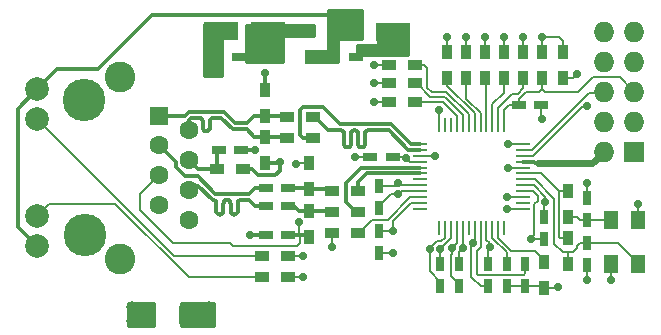
<source format=gbr>
G04 #@! TF.FileFunction,Copper,L1,Top,Signal*
%FSLAX46Y46*%
G04 Gerber Fmt 4.6, Leading zero omitted, Abs format (unit mm)*
G04 Created by KiCad (PCBNEW (2016-08-24 BZR 7090, Git 532a5fb)-product) date 10/24/16 18:33:32*
%MOMM*%
%LPD*%
G01*
G04 APERTURE LIST*
%ADD10C,0.100000*%
%ADD11C,1.000000*%
%ADD12C,3.599180*%
%ADD13R,1.600000X1.600000*%
%ADD14C,1.600000*%
%ADD15C,2.000000*%
%ADD16C,2.600000*%
%ADD17R,0.750000X1.200000*%
%ADD18R,1.200000X0.750000*%
%ADD19R,2.999740X1.501140*%
%ADD20R,1.000000X1.600000*%
%ADD21R,1.300000X0.250000*%
%ADD22R,0.250000X1.300000*%
%ADD23R,0.900000X1.200000*%
%ADD24R,1.200000X0.900000*%
%ADD25R,1.727200X1.727200*%
%ADD26O,1.727200X1.727200*%
%ADD27R,1.300000X1.600000*%
%ADD28C,0.700000*%
%ADD29C,0.200000*%
%ADD30C,0.300000*%
%ADD31C,0.570000*%
%ADD32C,0.254000*%
G04 APERTURE END LIST*
D10*
D11*
X151000000Y-124300000D03*
X144500000Y-124300000D03*
X156100000Y-103000000D03*
X163300000Y-99600000D03*
X161900000Y-99600000D03*
D12*
X140498920Y-118199760D03*
X140450660Y-106800240D03*
D13*
X146800660Y-108100720D03*
D14*
X149350820Y-109299600D03*
X146800660Y-110600080D03*
X149350820Y-111900560D03*
X146800660Y-113099440D03*
X149350820Y-114399920D03*
X146800660Y-115700400D03*
X149350820Y-116899280D03*
D15*
X136450160Y-105850280D03*
X136450160Y-108400440D03*
X136450160Y-116599560D03*
X136450160Y-119149720D03*
D16*
X143450400Y-104849520D03*
X143450400Y-120249540D03*
D17*
X183000000Y-118850000D03*
X183000000Y-120750000D03*
D18*
X177250000Y-107200000D03*
X179150000Y-107200000D03*
D17*
X183000000Y-116950000D03*
X183000000Y-115050000D03*
D19*
X166598980Y-101000000D03*
X162601020Y-101000000D03*
D17*
X179400000Y-118550000D03*
X179400000Y-116650000D03*
D18*
X157700000Y-115750000D03*
X155800000Y-115750000D03*
X157700000Y-114250000D03*
X155800000Y-114250000D03*
D17*
X176200000Y-120650000D03*
X176200000Y-122550000D03*
D19*
X152001020Y-100900000D03*
X155998980Y-100900000D03*
D17*
X177800000Y-120650000D03*
X177800000Y-122550000D03*
D18*
X157700000Y-118250000D03*
X155800000Y-118250000D03*
X166550000Y-111600000D03*
X164650000Y-111600000D03*
D20*
X149000000Y-125000000D03*
X146000000Y-125000000D03*
D18*
X151850000Y-111000000D03*
X153750000Y-111000000D03*
D17*
X165400000Y-114050000D03*
X165400000Y-115950000D03*
X165400000Y-117850000D03*
X165400000Y-119750000D03*
X170600000Y-120650000D03*
X170600000Y-122550000D03*
X172200000Y-120650000D03*
X172200000Y-122550000D03*
X174600000Y-120650000D03*
X174600000Y-122550000D03*
D21*
X168900000Y-110500000D03*
X168900000Y-111000000D03*
X168900000Y-111500000D03*
X168900000Y-112000000D03*
X168900000Y-112500000D03*
X168900000Y-113000000D03*
X168900000Y-113500000D03*
X168900000Y-114000000D03*
X168900000Y-114500000D03*
X168900000Y-115000000D03*
X168900000Y-115500000D03*
X168900000Y-116000000D03*
D22*
X170500000Y-117600000D03*
X171000000Y-117600000D03*
X171500000Y-117600000D03*
X172000000Y-117600000D03*
X172500000Y-117600000D03*
X173000000Y-117600000D03*
X173500000Y-117600000D03*
X174000000Y-117600000D03*
X174500000Y-117600000D03*
X175000000Y-117600000D03*
X175500000Y-117600000D03*
X176000000Y-117600000D03*
D21*
X177600000Y-116000000D03*
X177600000Y-115500000D03*
X177600000Y-115000000D03*
X177600000Y-114500000D03*
X177600000Y-114000000D03*
X177600000Y-113500000D03*
X177600000Y-113000000D03*
X177600000Y-112500000D03*
X177600000Y-112000000D03*
X177600000Y-111500000D03*
X177600000Y-111000000D03*
X177600000Y-110500000D03*
D22*
X176000000Y-108900000D03*
X175500000Y-108900000D03*
X175000000Y-108900000D03*
X174500000Y-108900000D03*
X174000000Y-108900000D03*
X173500000Y-108900000D03*
X173000000Y-108900000D03*
X172500000Y-108900000D03*
X172000000Y-108900000D03*
X171500000Y-108900000D03*
X171000000Y-108900000D03*
X170500000Y-108900000D03*
D23*
X159600000Y-103100000D03*
X159600000Y-100900000D03*
X181400000Y-120700000D03*
X181400000Y-118500000D03*
X179200000Y-104900000D03*
X179200000Y-102700000D03*
X181400000Y-114500000D03*
X181400000Y-116700000D03*
D24*
X166230552Y-106975744D03*
X168430552Y-106975744D03*
X166230552Y-105375744D03*
X168430552Y-105375744D03*
X166230552Y-103775744D03*
X168430552Y-103775744D03*
D23*
X179400000Y-122700000D03*
X179400000Y-120500000D03*
X177600000Y-102700000D03*
X177600000Y-104900000D03*
X176000000Y-102700000D03*
X176000000Y-104900000D03*
X174400000Y-102700000D03*
X174400000Y-104900000D03*
X172800000Y-102700000D03*
X172800000Y-104900000D03*
X171200000Y-102700000D03*
X171200000Y-104900000D03*
D24*
X163600000Y-118000000D03*
X161400000Y-118000000D03*
X159850000Y-110000000D03*
X157650000Y-110000000D03*
X159850000Y-108250000D03*
X157650000Y-108250000D03*
X163600000Y-116250000D03*
X161400000Y-116250000D03*
X163600000Y-114500000D03*
X161400000Y-114500000D03*
X157700000Y-121800000D03*
X155500000Y-121800000D03*
X157700000Y-120000000D03*
X155500000Y-120000000D03*
D23*
X155750000Y-112100000D03*
X155750000Y-109900000D03*
X159500000Y-116150000D03*
X159500000Y-118350000D03*
X155750000Y-105900000D03*
X155750000Y-108100000D03*
X159500000Y-114350000D03*
X159500000Y-112150000D03*
D24*
X153900000Y-112600000D03*
X151700000Y-112600000D03*
D23*
X181000000Y-102700000D03*
X181000000Y-104900000D03*
D25*
X187000000Y-111160000D03*
D26*
X184460000Y-111160000D03*
X187000000Y-108620000D03*
X184460000Y-108620000D03*
X187000000Y-106080000D03*
X184460000Y-106080000D03*
X187000000Y-103540000D03*
X184460000Y-103540000D03*
X187000000Y-101000000D03*
X184460000Y-101000000D03*
D27*
X185050000Y-120700000D03*
X187350000Y-120700000D03*
X185050000Y-116900000D03*
X187350000Y-116900000D03*
D18*
X161550000Y-103100000D03*
X163450000Y-103100000D03*
X153550000Y-103100000D03*
X151650000Y-103100000D03*
D11*
X155000000Y-103000000D03*
X144500000Y-125500000D03*
X151000000Y-125400000D03*
D28*
X185050000Y-122050000D03*
X151000000Y-104200000D03*
X151800000Y-104200000D03*
X164900000Y-102500000D03*
X166600000Y-102400000D03*
X179488567Y-115421483D03*
X187350000Y-115550000D03*
X183000000Y-122040000D03*
X182990000Y-113770000D03*
X177600000Y-101450000D03*
X176000000Y-101450000D03*
X174400000Y-101450000D03*
X172800000Y-101450000D03*
X171200000Y-101450000D03*
X170500000Y-107610000D03*
X179200000Y-108400000D03*
X170160000Y-111500000D03*
X180600000Y-122600000D03*
X166590000Y-119720000D03*
X161400000Y-119200000D03*
X173349980Y-118914321D03*
X171573198Y-119346055D03*
X169690000Y-119360000D03*
X167010924Y-114719759D03*
X163380000Y-111590000D03*
X154910000Y-110990000D03*
X154500000Y-118250000D03*
X178250000Y-118550000D03*
X179200000Y-101450000D03*
X164950000Y-103780000D03*
X164940000Y-105380000D03*
X164940000Y-106950000D03*
X174790000Y-119240000D03*
X172517506Y-119312573D03*
X170610000Y-119390000D03*
X166610000Y-117840000D03*
X166990000Y-113820000D03*
X167665317Y-111664165D03*
X157000000Y-112000000D03*
X155750000Y-104500000D03*
X158661090Y-117138910D03*
X158400000Y-112200000D03*
X159000000Y-121800000D03*
X176200000Y-116000000D03*
X159000000Y-120000000D03*
X176200000Y-115000000D03*
X176350000Y-112500000D03*
X183016970Y-107256970D03*
X176350000Y-110500000D03*
X182150000Y-104550000D03*
D29*
X185050000Y-120700000D02*
X185050000Y-122050000D01*
X178581400Y-113500000D02*
X180249989Y-115168589D01*
X177600000Y-113500000D02*
X178581400Y-113500000D01*
X180249989Y-118939991D02*
X180959998Y-119650000D01*
X180249989Y-115168589D02*
X180249989Y-118939991D01*
X180959998Y-119650000D02*
X181400000Y-119650000D01*
X183000000Y-118850000D02*
X185650000Y-118850000D01*
X185650000Y-118850000D02*
X187350000Y-120550000D01*
X187350000Y-120550000D02*
X187350000Y-120700000D01*
X181400000Y-119650000D02*
X181820000Y-119650000D01*
X183000000Y-118850000D02*
X182425000Y-118850000D01*
X182425000Y-118850000D02*
X182150001Y-119124999D01*
X182150001Y-119124999D02*
X182150001Y-119319999D01*
X182150001Y-119319999D02*
X181820000Y-119650000D01*
X181400000Y-120700000D02*
X181400000Y-119900000D01*
X181400000Y-119900000D02*
X181400000Y-119650000D01*
X177600000Y-113500000D02*
X178310000Y-113500000D01*
X152001020Y-100900000D02*
X152001020Y-103198980D01*
X152001020Y-103198980D02*
X151000000Y-104200000D01*
X151650000Y-103100000D02*
X151650000Y-104050000D01*
X151650000Y-104050000D02*
X151800000Y-104200000D01*
X163600000Y-103100000D02*
X164200000Y-102500000D01*
X164200000Y-102500000D02*
X164900000Y-102500000D01*
X163450000Y-103100000D02*
X163600000Y-103100000D01*
X166598980Y-101000000D02*
X166598980Y-102398980D01*
X166598980Y-102398980D02*
X166600000Y-102400000D01*
X179488567Y-114972867D02*
X179488567Y-115421483D01*
X178515700Y-114000000D02*
X179488567Y-114972867D01*
X177600000Y-114000000D02*
X178515700Y-114000000D01*
X179400000Y-115510050D02*
X179488567Y-115421483D01*
X179400000Y-116650000D02*
X179400000Y-115510050D01*
X187350000Y-116900000D02*
X187350000Y-115550000D01*
X183000000Y-120750000D02*
X183000000Y-122040000D01*
X183000000Y-115050000D02*
X183000000Y-113780000D01*
X183000000Y-113780000D02*
X182990000Y-113770000D01*
X177600000Y-102700000D02*
X177600000Y-101450000D01*
X176000000Y-102700000D02*
X176000000Y-101450000D01*
X174400000Y-102700000D02*
X174400000Y-101450000D01*
X172800000Y-102700000D02*
X172800000Y-101450000D01*
X171200000Y-102700000D02*
X171200000Y-101450000D01*
X170500000Y-108900000D02*
X170500000Y-107610000D01*
X179150000Y-107200000D02*
X179150000Y-108350000D01*
X179150000Y-108350000D02*
X179200000Y-108400000D01*
X168900000Y-111500000D02*
X170160000Y-111500000D01*
X179400000Y-122700000D02*
X180500000Y-122700000D01*
X180500000Y-122700000D02*
X180600000Y-122600000D01*
X177800000Y-122550000D02*
X179250000Y-122550000D01*
X179250000Y-122550000D02*
X179400000Y-122700000D01*
X176200000Y-122550000D02*
X177800000Y-122550000D01*
X165400000Y-119750000D02*
X166560000Y-119750000D01*
X166560000Y-119750000D02*
X166590000Y-119720000D01*
X161400000Y-118000000D02*
X161400000Y-119200000D01*
X173220000Y-121745000D02*
X173220000Y-119044301D01*
X173220000Y-119044301D02*
X173349980Y-118914321D01*
X174600000Y-122550000D02*
X174025000Y-122550000D01*
X174025000Y-122550000D02*
X173220000Y-121745000D01*
X173500000Y-118764301D02*
X173349980Y-118914321D01*
X173500000Y-117600000D02*
X173500000Y-118764301D01*
X170600000Y-122550000D02*
X170600000Y-122165002D01*
X170600000Y-122165002D02*
X169690000Y-121255002D01*
X169690000Y-121255002D02*
X169690000Y-119854974D01*
X169690000Y-119854974D02*
X169690000Y-119360000D01*
X172200000Y-122550000D02*
X172200000Y-122325000D01*
X172200000Y-122325000D02*
X171524999Y-121649999D01*
X171524999Y-121649999D02*
X171524999Y-119889228D01*
X171524999Y-119889228D02*
X171573198Y-119841029D01*
X171573198Y-119841029D02*
X171573198Y-119346055D01*
X172000000Y-117600000D02*
X172000000Y-118919253D01*
X172000000Y-118919253D02*
X171573198Y-119346055D01*
X171000000Y-117600000D02*
X171000000Y-118430000D01*
X171000000Y-118430000D02*
X170690001Y-118739999D01*
X170690001Y-118739999D02*
X170310001Y-118739999D01*
X170310001Y-118739999D02*
X170039999Y-119010001D01*
X170039999Y-119010001D02*
X169690000Y-119360000D01*
X165400000Y-115950000D02*
X165400000Y-115725000D01*
X165400000Y-115725000D02*
X166405241Y-114719759D01*
X166405241Y-114719759D02*
X166515950Y-114719759D01*
X166515950Y-114719759D02*
X167010924Y-114719759D01*
X168900000Y-114500000D02*
X167230683Y-114500000D01*
X167230683Y-114500000D02*
X167010924Y-114719759D01*
X164650000Y-111600000D02*
X163390000Y-111600000D01*
X163390000Y-111600000D02*
X163380000Y-111590000D01*
D30*
X153750000Y-111000000D02*
X154900000Y-111000000D01*
X154900000Y-111000000D02*
X154910000Y-110990000D01*
X155800000Y-118250000D02*
X154500000Y-118250000D01*
D29*
X183525000Y-104850000D02*
X185770000Y-104850000D01*
X185770000Y-104850000D02*
X187000000Y-106080000D01*
X182255000Y-106120000D02*
X183525000Y-104850000D01*
X179460000Y-106120000D02*
X182255000Y-106120000D01*
X179200000Y-105850000D02*
X179200000Y-105860000D01*
X179200000Y-105860000D02*
X179460000Y-106120000D01*
X178950000Y-106100000D02*
X179200000Y-105850000D01*
X179200000Y-105850000D02*
X179200000Y-104900000D01*
X177865699Y-106100000D02*
X178950000Y-106100000D01*
X177250000Y-107200000D02*
X177250000Y-106715699D01*
X177250000Y-106715699D02*
X177865699Y-106100000D01*
X177250000Y-107200000D02*
X176450000Y-107200000D01*
X176450000Y-107200000D02*
X176000000Y-107650000D01*
X176000000Y-107650000D02*
X176000000Y-108050000D01*
X176000000Y-108050000D02*
X176000000Y-108900000D01*
X183000000Y-116950000D02*
X185000000Y-116950000D01*
X185000000Y-116950000D02*
X185050000Y-116900000D01*
X181400000Y-116700000D02*
X182100000Y-116700000D01*
X183000000Y-116950000D02*
X182425000Y-116950000D01*
X182425000Y-116950000D02*
X182175000Y-116700000D01*
X182175000Y-116700000D02*
X182100000Y-116700000D01*
D30*
X146150000Y-99600000D02*
X146650000Y-99600000D01*
X138150440Y-104150000D02*
X141600000Y-104150000D01*
X141600000Y-104150000D02*
X146150000Y-99600000D01*
X136450160Y-105850280D02*
X138150440Y-104150000D01*
X146650000Y-99600000D02*
X161900000Y-99600000D01*
D29*
X181000000Y-102700000D02*
X181000000Y-101800000D01*
X181000000Y-101800000D02*
X180650000Y-101450000D01*
X180650000Y-101450000D02*
X179200000Y-101450000D01*
D30*
X134800000Y-107500440D02*
X134800000Y-117499560D01*
X134800000Y-117499560D02*
X136450160Y-119149720D01*
X136450160Y-105850280D02*
X134800000Y-107500440D01*
D29*
X179400000Y-118550000D02*
X178250000Y-118550000D01*
X178850000Y-115300000D02*
X178550001Y-115599999D01*
X178550001Y-115599999D02*
X178550001Y-118249999D01*
X178550001Y-118249999D02*
X178250000Y-118550000D01*
X178850000Y-114900000D02*
X178850000Y-115300000D01*
X178450000Y-114500000D02*
X178850000Y-114900000D01*
X177600000Y-114500000D02*
X178450000Y-114500000D01*
X179200000Y-102700000D02*
X179200000Y-101450000D01*
X166230552Y-103775744D02*
X164954256Y-103775744D01*
X164954256Y-103775744D02*
X164950000Y-103780000D01*
X166230552Y-105375744D02*
X164944256Y-105375744D01*
X164944256Y-105375744D02*
X164940000Y-105380000D01*
X166230552Y-106975744D02*
X164965744Y-106975744D01*
X164965744Y-106975744D02*
X164940000Y-106950000D01*
D30*
X158220000Y-115750000D02*
X158620000Y-116150000D01*
X158620000Y-116150000D02*
X159500000Y-116150000D01*
X157700000Y-115750000D02*
X158220000Y-115750000D01*
X159500000Y-116150000D02*
X161300000Y-116150000D01*
X161300000Y-116150000D02*
X161400000Y-116250000D01*
X151936448Y-116477371D02*
X152003204Y-116469849D01*
X149350820Y-114399920D02*
X149725661Y-114025079D01*
X152003204Y-116469849D02*
X152066613Y-116447661D01*
X149725661Y-114025079D02*
X150111527Y-114025079D01*
X152243969Y-115483243D02*
X152266157Y-115419834D01*
X150111527Y-114025079D02*
X151336448Y-115250000D01*
X152123494Y-116411920D02*
X152170997Y-116364417D01*
X152843969Y-116244127D02*
X152866157Y-116307536D01*
X153443969Y-115483243D02*
X153466157Y-115419834D01*
X153736448Y-115250000D02*
X154400000Y-115250000D01*
X151749401Y-116411920D02*
X151806282Y-116447661D01*
X152236448Y-115550000D02*
X152243969Y-115483243D01*
X151336448Y-115250000D02*
X151403204Y-115257521D01*
X152349401Y-115315450D02*
X152406282Y-115279709D01*
X152228926Y-116244127D02*
X152236448Y-116177371D01*
X151466613Y-115279709D02*
X151523494Y-115315450D01*
X151606738Y-115419834D02*
X151628926Y-115483243D01*
X151806282Y-116447661D02*
X151869691Y-116469849D01*
X151403204Y-115257521D02*
X151466613Y-115279709D01*
X152469691Y-115257521D02*
X152536448Y-115250000D01*
X151523494Y-115315450D02*
X151570997Y-115362953D01*
X151570997Y-115362953D02*
X151606738Y-115419834D01*
X153436448Y-116177371D02*
X153436448Y-115550000D01*
X151701898Y-116364417D02*
X151749401Y-116411920D01*
X153370997Y-116364417D02*
X153406738Y-116307536D01*
X151628926Y-115483243D02*
X151636448Y-115550000D01*
X152828926Y-115483243D02*
X152836448Y-115550000D01*
X151636448Y-115550000D02*
X151636448Y-116177371D01*
X154400000Y-115250000D02*
X154900000Y-115750000D01*
X152866157Y-116307536D02*
X152901898Y-116364417D01*
X152236448Y-116177371D02*
X152236448Y-115550000D01*
X153549401Y-115315450D02*
X153606282Y-115279709D01*
X151636448Y-116177371D02*
X151643969Y-116244127D01*
X153466157Y-115419834D02*
X153501898Y-115362953D01*
X151643969Y-116244127D02*
X151666157Y-116307536D01*
X152066613Y-116447661D02*
X152123494Y-116411920D01*
X151666157Y-116307536D02*
X151701898Y-116364417D01*
X153006282Y-116447661D02*
X153069691Y-116469849D01*
X151869691Y-116469849D02*
X151936448Y-116477371D01*
X152170997Y-116364417D02*
X152206738Y-116307536D01*
X153428926Y-116244127D02*
X153436448Y-116177371D01*
X152206738Y-116307536D02*
X152228926Y-116244127D01*
X153203204Y-116469849D02*
X153266613Y-116447661D01*
X152266157Y-115419834D02*
X152301898Y-115362953D01*
X152836448Y-116177371D02*
X152843969Y-116244127D01*
X152301898Y-115362953D02*
X152349401Y-115315450D01*
X152406282Y-115279709D02*
X152469691Y-115257521D01*
X153406738Y-116307536D02*
X153428926Y-116244127D01*
X152949401Y-116411920D02*
X153006282Y-116447661D01*
X152536448Y-115250000D02*
X152603204Y-115257521D01*
X153501898Y-115362953D02*
X153549401Y-115315450D01*
X152603204Y-115257521D02*
X152666613Y-115279709D01*
X152666613Y-115279709D02*
X152723494Y-115315450D01*
X152723494Y-115315450D02*
X152770997Y-115362953D01*
X152770997Y-115362953D02*
X152806738Y-115419834D01*
X152806738Y-115419834D02*
X152828926Y-115483243D01*
X152836448Y-115550000D02*
X152836448Y-116177371D01*
X152901898Y-116364417D02*
X152949401Y-116411920D01*
X153069691Y-116469849D02*
X153136448Y-116477371D01*
X153136448Y-116477371D02*
X153203204Y-116469849D01*
X153266613Y-116447661D02*
X153323494Y-116411920D01*
X153323494Y-116411920D02*
X153370997Y-116364417D01*
X153436448Y-115550000D02*
X153443969Y-115483243D01*
X153606282Y-115279709D02*
X153669691Y-115257521D01*
X153669691Y-115257521D02*
X153736448Y-115250000D01*
X154900000Y-115750000D02*
X154942478Y-115750000D01*
X154942478Y-115750000D02*
X155800000Y-115750000D01*
X155800000Y-115750000D02*
X155571448Y-115750000D01*
X159500000Y-114350000D02*
X161250000Y-114350000D01*
X161250000Y-114350000D02*
X161400000Y-114500000D01*
X157700000Y-114250000D02*
X159400000Y-114250000D01*
X159400000Y-114250000D02*
X159500000Y-114350000D01*
X155800000Y-114250000D02*
X154900000Y-114250000D01*
X148998177Y-113249919D02*
X148200819Y-112452561D01*
X154900000Y-114250000D02*
X154400000Y-114750000D01*
X154400000Y-114750000D02*
X151543552Y-114750000D01*
X151543552Y-114750000D02*
X151543560Y-114749992D01*
X148200819Y-112452561D02*
X148200819Y-112000239D01*
X151543560Y-114749992D02*
X150043487Y-113249919D01*
X150043487Y-113249919D02*
X148998177Y-113249919D01*
X148200819Y-112000239D02*
X146800660Y-110600080D01*
D29*
X175000000Y-118450000D02*
X175000000Y-117600000D01*
X175000000Y-118487996D02*
X175000000Y-118450000D01*
X176200000Y-120650000D02*
X176200000Y-119687996D01*
X176200000Y-119687996D02*
X175000000Y-118487996D01*
X153550000Y-103100000D02*
X154900000Y-103100000D01*
X154900000Y-103100000D02*
X155000000Y-103000000D01*
X174790000Y-118894300D02*
X174790000Y-119240000D01*
X174500000Y-118604300D02*
X174790000Y-118894300D01*
X174500000Y-117600000D02*
X174500000Y-118604300D01*
X174600000Y-120650000D02*
X174600000Y-119430000D01*
X174600000Y-119430000D02*
X174790000Y-119240000D01*
X172200000Y-120650000D02*
X172200000Y-119630079D01*
X172200000Y-119630079D02*
X172517506Y-119312573D01*
X170600000Y-120650000D02*
X170600000Y-119400000D01*
X170600000Y-119400000D02*
X170610000Y-119390000D01*
X172500000Y-117600000D02*
X172500000Y-119295067D01*
X172500000Y-119295067D02*
X172517506Y-119312573D01*
X171500000Y-117600000D02*
X171500000Y-118500000D01*
X171500000Y-118500000D02*
X170610000Y-119390000D01*
X165400000Y-117850000D02*
X166600000Y-117850000D01*
X166600000Y-117850000D02*
X166610000Y-117840000D01*
X168115698Y-115500000D02*
X166610000Y-117005698D01*
X166610000Y-117005698D02*
X166610000Y-117840000D01*
X168900000Y-115500000D02*
X168115698Y-115500000D01*
X165400000Y-114050000D02*
X166760000Y-114050000D01*
X166760000Y-114050000D02*
X166990000Y-113820000D01*
X168900000Y-114000000D02*
X167170000Y-114000000D01*
X167170000Y-114000000D02*
X166990000Y-113820000D01*
X166550000Y-111600000D02*
X167601152Y-111600000D01*
X167601152Y-111600000D02*
X167665317Y-111664165D01*
X168900000Y-112000000D02*
X168001152Y-112000000D01*
X168001152Y-112000000D02*
X167665317Y-111664165D01*
D30*
X157000000Y-112000000D02*
X157000000Y-112775000D01*
X157000000Y-112775000D02*
X156625000Y-113150000D01*
X156625000Y-113150000D02*
X155200000Y-113150000D01*
X155200000Y-113150000D02*
X154650000Y-112600000D01*
X154650000Y-112600000D02*
X153900000Y-112600000D01*
X155750000Y-112100000D02*
X156900000Y-112100000D01*
X156900000Y-112100000D02*
X157000000Y-112000000D01*
X155750000Y-105900000D02*
X155750000Y-104500000D01*
D29*
X174000000Y-117600000D02*
X174000000Y-119262002D01*
X174000000Y-119262002D02*
X173720000Y-119542002D01*
X173720000Y-121500000D02*
X173720000Y-119542002D01*
X173810000Y-121590000D02*
X173720000Y-121500000D01*
X177660000Y-121590000D02*
X173810000Y-121590000D01*
X177800000Y-120650000D02*
X177800000Y-121450000D01*
X177800000Y-121450000D02*
X177660000Y-121590000D01*
D30*
X158600000Y-118250000D02*
X158740000Y-118250000D01*
X158740000Y-118250000D02*
X159400000Y-118250000D01*
D29*
X158710000Y-118860000D02*
X158710000Y-118280000D01*
X158710000Y-118280000D02*
X158740000Y-118250000D01*
X158460000Y-119110000D02*
X158710000Y-118860000D01*
X152800000Y-118880000D02*
X153030000Y-119110000D01*
X153030000Y-119110000D02*
X158460000Y-119110000D01*
X152800000Y-118880000D02*
X148000000Y-118880000D01*
X148000000Y-118880000D02*
X145190000Y-116070000D01*
X145190000Y-116070000D02*
X145190000Y-114710100D01*
X145190000Y-114710100D02*
X146800660Y-113099440D01*
D30*
X157700000Y-118250000D02*
X158600000Y-118250000D01*
D29*
X158661090Y-117138910D02*
X158661090Y-118188910D01*
X158661090Y-118188910D02*
X158600000Y-118250000D01*
X159500000Y-112150000D02*
X158450000Y-112150000D01*
X158450000Y-112150000D02*
X158400000Y-112200000D01*
D30*
X159400000Y-118250000D02*
X159500000Y-118350000D01*
X151700000Y-112600000D02*
X151700000Y-111150000D01*
X151700000Y-111150000D02*
X151850000Y-111000000D01*
X151700000Y-112600000D02*
X150050260Y-112600000D01*
X150050260Y-112600000D02*
X149350820Y-111900560D01*
D29*
X166140000Y-116910000D02*
X164840000Y-116910000D01*
X164840000Y-116910000D02*
X163750000Y-118000000D01*
X163750000Y-118000000D02*
X163600000Y-118000000D01*
X168900000Y-115000000D02*
X168050000Y-115000000D01*
X168050000Y-115000000D02*
X166140000Y-116910000D01*
X175500000Y-117600000D02*
X175500000Y-118422296D01*
X178572306Y-119522306D02*
X179400000Y-120350000D01*
X175500000Y-118422296D02*
X175840013Y-118762311D01*
X175840013Y-118762311D02*
X176600008Y-119522306D01*
X176600008Y-119522306D02*
X178572306Y-119522306D01*
X179400000Y-120350000D02*
X179400000Y-120500000D01*
X159000000Y-121800000D02*
X157700000Y-121800000D01*
X177600000Y-116000000D02*
X176200000Y-116000000D01*
X159000000Y-120000000D02*
X157700000Y-120000000D01*
X177600000Y-115000000D02*
X176200000Y-115000000D01*
X177600000Y-113000000D02*
X179150000Y-113000000D01*
X179150000Y-113000000D02*
X180650000Y-114500000D01*
X180650000Y-114500000D02*
X180650000Y-118400000D01*
X180650000Y-118400000D02*
X180750000Y-118500000D01*
X180750000Y-118500000D02*
X181400000Y-118500000D01*
X180650000Y-114500000D02*
X181400000Y-114500000D01*
X177600000Y-112500000D02*
X176350000Y-112500000D01*
D31*
X180300000Y-112140000D02*
X183480000Y-112140000D01*
X183480000Y-112140000D02*
X184460000Y-111160000D01*
X179400000Y-112140000D02*
X180300000Y-112140000D01*
X180300000Y-112140000D02*
X178860000Y-112140000D01*
D30*
X178645002Y-112140000D02*
X178860000Y-112140000D01*
X178310000Y-112000000D02*
X178505002Y-112000000D01*
X178505002Y-112000000D02*
X178645002Y-112140000D01*
X177600000Y-112000000D02*
X178310000Y-112000000D01*
D29*
X183016970Y-107256970D02*
X182693030Y-107256970D01*
X178450000Y-111500000D02*
X177600000Y-111500000D01*
X182693030Y-107256970D02*
X178450000Y-111500000D01*
X178384302Y-111000000D02*
X178384302Y-110970384D01*
X178384302Y-110970384D02*
X183182686Y-106172000D01*
X183182686Y-106172000D02*
X184404000Y-106172000D01*
X177600000Y-111000000D02*
X178384302Y-111000000D01*
X177600000Y-110500000D02*
X176350000Y-110500000D01*
X175500000Y-108900000D02*
X175500000Y-107434998D01*
X175500000Y-107434998D02*
X176684998Y-106250000D01*
X176684998Y-106250000D02*
X177150000Y-106250000D01*
X177150000Y-106250000D02*
X177600000Y-105800000D01*
X177600000Y-105800000D02*
X177600000Y-104900000D01*
X175000000Y-107150000D02*
X176000000Y-106150000D01*
X176000000Y-106150000D02*
X176000000Y-104900000D01*
X175000000Y-108900000D02*
X175000000Y-107150000D01*
X174500000Y-108900000D02*
X174500000Y-105000000D01*
X174500000Y-105000000D02*
X174400000Y-104900000D01*
X174000000Y-108900000D02*
X174000000Y-107852906D01*
X174000000Y-107852906D02*
X172800000Y-106652906D01*
X172800000Y-106652906D02*
X172800000Y-104900000D01*
X173500000Y-108900000D02*
X173500000Y-107918604D01*
X173500000Y-107918604D02*
X171200000Y-105618604D01*
X171200000Y-105618604D02*
X171200000Y-104900000D01*
X173000000Y-108900000D02*
X173000000Y-107984302D01*
X171115688Y-106099990D02*
X169870496Y-106099990D01*
X169500000Y-104045192D02*
X169230552Y-103775744D01*
X173000000Y-107984302D02*
X171115688Y-106099990D01*
X169870496Y-106099990D02*
X169500000Y-105729494D01*
X169500000Y-105729494D02*
X169500000Y-104045192D01*
X169230552Y-103775744D02*
X168430552Y-103775744D01*
X172500000Y-108900000D02*
X172500000Y-108050000D01*
X172500000Y-108050000D02*
X171100000Y-106650000D01*
X171100000Y-106650000D02*
X171067701Y-106650000D01*
X171067701Y-106650000D02*
X170917701Y-106500000D01*
X170917701Y-106500000D02*
X169704808Y-106500000D01*
X169704808Y-106500000D02*
X168580552Y-105375744D01*
X168580552Y-105375744D02*
X168430552Y-105375744D01*
X170090001Y-106959999D02*
X170074256Y-106975744D01*
X170074256Y-106975744D02*
X168430552Y-106975744D01*
X172000000Y-108900000D02*
X172000000Y-108147998D01*
X172000000Y-108147998D02*
X170812001Y-106959999D01*
X170812001Y-106959999D02*
X170090001Y-106959999D01*
X168454808Y-107000000D02*
X168430552Y-106975744D01*
X181800000Y-104900000D02*
X181000000Y-104900000D01*
X182150000Y-104550000D02*
X181800000Y-104900000D01*
D30*
X152253552Y-107790000D02*
X149307987Y-107790000D01*
X149307987Y-107790000D02*
X148997267Y-108100720D01*
X148997267Y-108100720D02*
X146800660Y-108100720D01*
X153213552Y-108750000D02*
X152253552Y-107790000D01*
X155750000Y-108100000D02*
X154850000Y-108100000D01*
X154850000Y-108100000D02*
X154200000Y-108750000D01*
X154200000Y-108750000D02*
X153213552Y-108750000D01*
X155750000Y-108100000D02*
X157500000Y-108100000D01*
X157500000Y-108100000D02*
X157650000Y-108250000D01*
X151072478Y-109199011D02*
X151080000Y-109132255D01*
X149350820Y-109299600D02*
X149350820Y-108454273D01*
X151087521Y-108523243D02*
X151109709Y-108459834D01*
X154200000Y-109250000D02*
X154850000Y-109900000D01*
X149350820Y-108454273D02*
X149515093Y-108290000D01*
X150649834Y-109402545D02*
X150713243Y-109424733D01*
X151080000Y-108590000D02*
X151087521Y-108523243D01*
X151192953Y-108355450D02*
X151249834Y-108319709D01*
X149515093Y-108290000D02*
X150180000Y-108290000D01*
X150450290Y-108459834D02*
X150472478Y-108523243D01*
X150180000Y-108290000D02*
X150246756Y-108297521D01*
X150910165Y-109402545D02*
X150967046Y-109366804D01*
X150246756Y-108297521D02*
X150310165Y-108319709D01*
X151313243Y-108297521D02*
X151380000Y-108290000D01*
X150310165Y-108319709D02*
X150367046Y-108355450D01*
X150414549Y-108402953D02*
X150450290Y-108459834D01*
X150367046Y-108355450D02*
X150414549Y-108402953D01*
X150509709Y-109262420D02*
X150545450Y-109319301D01*
X151014549Y-109319301D02*
X151050290Y-109262420D01*
X150967046Y-109366804D02*
X151014549Y-109319301D01*
X150480000Y-109132255D02*
X150487521Y-109199011D01*
X150472478Y-108523243D02*
X150480000Y-108590000D01*
X150480000Y-108590000D02*
X150480000Y-109132255D01*
X151080000Y-109132255D02*
X151080000Y-108590000D01*
X150487521Y-109199011D02*
X150509709Y-109262420D01*
X150545450Y-109319301D02*
X150592953Y-109366804D01*
X150846756Y-109424733D02*
X150910165Y-109402545D01*
X150592953Y-109366804D02*
X150649834Y-109402545D01*
X150713243Y-109424733D02*
X150780000Y-109432255D01*
X150780000Y-109432255D02*
X150846756Y-109424733D01*
X151050290Y-109262420D02*
X151072478Y-109199011D01*
X151109709Y-108459834D02*
X151145450Y-108402953D01*
X151145450Y-108402953D02*
X151192953Y-108355450D01*
X151249834Y-108319709D02*
X151313243Y-108297521D01*
X151380000Y-108290000D02*
X152046448Y-108290000D01*
X154850000Y-109900000D02*
X155750000Y-109900000D01*
X152046448Y-108290000D02*
X153006448Y-109250000D01*
X153006448Y-109250000D02*
X154200000Y-109250000D01*
X155750000Y-109900000D02*
X157550000Y-109900000D01*
X157550000Y-109900000D02*
X157650000Y-110000000D01*
X155198108Y-109900000D02*
X155750000Y-109900000D01*
D29*
X155500000Y-120000000D02*
X148049720Y-120000000D01*
X148049720Y-120000000D02*
X136450160Y-108400440D01*
X136450160Y-116599560D02*
X137450159Y-115599561D01*
X137450159Y-115599561D02*
X143083583Y-115599561D01*
X143083583Y-115599561D02*
X149284021Y-121800000D01*
X149284021Y-121800000D02*
X155500000Y-121800000D01*
D30*
X166443552Y-108850000D02*
X162290000Y-108850000D01*
X159010000Y-107360000D02*
X160640002Y-107360000D01*
X160640002Y-107360000D02*
X162130002Y-108850000D01*
X162130002Y-108850000D02*
X162290000Y-108850000D01*
X158720000Y-107650000D02*
X159010000Y-107360000D01*
X158720000Y-109770000D02*
X158720000Y-107650000D01*
X159850000Y-110000000D02*
X158950000Y-110000000D01*
X158950000Y-110000000D02*
X158720000Y-109770000D01*
X168093553Y-110500001D02*
X166443552Y-108850000D01*
X168900000Y-110500000D02*
X168899999Y-110500001D01*
X168899999Y-110500001D02*
X168093553Y-110500001D01*
X168900000Y-111000000D02*
X168899999Y-110999999D01*
X163622478Y-109583244D02*
X163600290Y-109519835D01*
X164117046Y-110733292D02*
X164060165Y-110769033D01*
X164463243Y-109357522D02*
X164399834Y-109379710D01*
X164259709Y-109519835D02*
X164237521Y-109583244D01*
X163799834Y-110769033D02*
X163742953Y-110733292D01*
X168899999Y-110999999D02*
X167886447Y-110999999D01*
X162196756Y-109357522D02*
X162130000Y-109350000D01*
X164530000Y-109350000D02*
X164463243Y-109357522D01*
X163600290Y-109519835D02*
X163564549Y-109462954D01*
X167886447Y-110999999D02*
X166236448Y-109350000D01*
X162964549Y-110685789D02*
X162917046Y-110733292D01*
X166236448Y-109350000D02*
X164530000Y-109350000D01*
X162917046Y-110733292D02*
X162860165Y-110769033D01*
X164399834Y-109379710D02*
X164342953Y-109415451D01*
X163630000Y-109650000D02*
X163622478Y-109583244D01*
X164230000Y-109650000D02*
X164230000Y-110498742D01*
X164342953Y-109415451D02*
X164295450Y-109462954D01*
X163022478Y-110565499D02*
X163000290Y-110628908D01*
X163263243Y-109357522D02*
X163199834Y-109379710D01*
X162130000Y-109350000D02*
X161100000Y-109350000D01*
X162317046Y-109415451D02*
X162260165Y-109379710D01*
X163863243Y-110791221D02*
X163799834Y-110769033D01*
X164295450Y-109462954D02*
X164259709Y-109519835D01*
X163659709Y-110628908D02*
X163637521Y-110565499D01*
X164237521Y-109583244D02*
X164230000Y-109650000D01*
X162860165Y-110769033D02*
X162796756Y-110791221D01*
X164230000Y-110498742D02*
X164222478Y-110565499D01*
X163564549Y-109462954D02*
X163517046Y-109415451D01*
X164200290Y-110628908D02*
X164164549Y-110685789D01*
X164222478Y-110565499D02*
X164200290Y-110628908D01*
X163695450Y-110685789D02*
X163659709Y-110628908D01*
X164164549Y-110685789D02*
X164117046Y-110733292D01*
X162542953Y-110733292D02*
X162495450Y-110685789D01*
X163037521Y-109583244D02*
X163030000Y-109650000D01*
X164060165Y-110769033D02*
X163996756Y-110791221D01*
X163996756Y-110791221D02*
X163930000Y-110798742D01*
X163930000Y-110798742D02*
X163863243Y-110791221D01*
X163742953Y-110733292D02*
X163695450Y-110685789D01*
X162437521Y-110565499D02*
X162430000Y-110498742D01*
X163637521Y-110565499D02*
X163630000Y-110498742D01*
X163396756Y-109357522D02*
X163330000Y-109350000D01*
X163630000Y-110498742D02*
X163630000Y-109650000D01*
X163517046Y-109415451D02*
X163460165Y-109379710D01*
X163460165Y-109379710D02*
X163396756Y-109357522D01*
X163330000Y-109350000D02*
X163263243Y-109357522D01*
X163199834Y-109379710D02*
X163142953Y-109415451D01*
X163142953Y-109415451D02*
X163095450Y-109462954D01*
X162430000Y-109650000D02*
X162422478Y-109583244D01*
X163030000Y-109650000D02*
X163030000Y-110498742D01*
X162459709Y-110628908D02*
X162437521Y-110565499D01*
X163095450Y-109462954D02*
X163059709Y-109519835D01*
X163059709Y-109519835D02*
X163037521Y-109583244D01*
X163030000Y-110498742D02*
X163022478Y-110565499D01*
X163000290Y-110628908D02*
X162964549Y-110685789D01*
X162400290Y-109519835D02*
X162364549Y-109462954D01*
X162796756Y-110791221D02*
X162730000Y-110798742D01*
X162663243Y-110791221D02*
X162599834Y-110769033D01*
X162730000Y-110798742D02*
X162663243Y-110791221D01*
X162495450Y-110685789D02*
X162459709Y-110628908D01*
X162599834Y-110769033D02*
X162542953Y-110733292D01*
X162430000Y-110498742D02*
X162430000Y-109650000D01*
X162422478Y-109583244D02*
X162400290Y-109519835D01*
X162364549Y-109462954D02*
X162317046Y-109415451D01*
X162260165Y-109379710D02*
X162196756Y-109357522D01*
X161100000Y-109350000D02*
X160000000Y-108250000D01*
X160000000Y-108250000D02*
X159850000Y-108250000D01*
X168900000Y-112500000D02*
X168899999Y-112500001D01*
X168899999Y-112500001D02*
X163919997Y-112500001D01*
X163919997Y-112500001D02*
X162649999Y-113769999D01*
X163450000Y-116250000D02*
X163600000Y-116250000D01*
X162649999Y-113769999D02*
X162649999Y-115449999D01*
X162649999Y-115449999D02*
X163450000Y-116250000D01*
X168900000Y-113000000D02*
X168899999Y-112999999D01*
X168899999Y-112999999D02*
X164753553Y-112999999D01*
X164753553Y-112999999D02*
X164753561Y-113000007D01*
X164753561Y-113000007D02*
X164349993Y-113000007D01*
X164349993Y-113000007D02*
X163600000Y-113750000D01*
X163600000Y-113750000D02*
X163600000Y-114500000D01*
D32*
G36*
X159873000Y-101373000D02*
X157400000Y-101373000D01*
X157351399Y-101382667D01*
X157310197Y-101410197D01*
X157282667Y-101451399D01*
X157273000Y-101500000D01*
X157273000Y-103573000D01*
X154127000Y-103573000D01*
X154127000Y-100427000D01*
X159873000Y-100427000D01*
X159873000Y-101373000D01*
X159873000Y-101373000D01*
G37*
X159873000Y-101373000D02*
X157400000Y-101373000D01*
X157351399Y-101382667D01*
X157310197Y-101410197D01*
X157282667Y-101451399D01*
X157273000Y-101500000D01*
X157273000Y-103573000D01*
X154127000Y-103573000D01*
X154127000Y-100427000D01*
X159873000Y-100427000D01*
X159873000Y-101373000D01*
G36*
X163973000Y-101573000D02*
X162100000Y-101573000D01*
X162051399Y-101582667D01*
X162010197Y-101610197D01*
X161982667Y-101651399D01*
X161973000Y-101700000D01*
X161973000Y-103573000D01*
X159327000Y-103573000D01*
X159327000Y-102627000D01*
X161000000Y-102627000D01*
X161048601Y-102617333D01*
X161089803Y-102589803D01*
X161117333Y-102548601D01*
X161127000Y-102500000D01*
X161127000Y-99127000D01*
X163973000Y-99127000D01*
X163973000Y-101573000D01*
X163973000Y-101573000D01*
G37*
X163973000Y-101573000D02*
X162100000Y-101573000D01*
X162051399Y-101582667D01*
X162010197Y-101610197D01*
X161982667Y-101651399D01*
X161973000Y-101700000D01*
X161973000Y-103573000D01*
X159327000Y-103573000D01*
X159327000Y-102627000D01*
X161000000Y-102627000D01*
X161048601Y-102617333D01*
X161089803Y-102589803D01*
X161117333Y-102548601D01*
X161127000Y-102500000D01*
X161127000Y-99127000D01*
X163973000Y-99127000D01*
X163973000Y-101573000D01*
G36*
X167873000Y-102973000D02*
X163527000Y-102973000D01*
X163527000Y-102127000D01*
X165200000Y-102127000D01*
X165248601Y-102117333D01*
X165289803Y-102089803D01*
X165317333Y-102048601D01*
X165327000Y-102000000D01*
X165327000Y-100427000D01*
X167873000Y-100427000D01*
X167873000Y-102973000D01*
X167873000Y-102973000D01*
G37*
X167873000Y-102973000D02*
X163527000Y-102973000D01*
X163527000Y-102127000D01*
X165200000Y-102127000D01*
X165248601Y-102117333D01*
X165289803Y-102089803D01*
X165317333Y-102048601D01*
X165327000Y-102000000D01*
X165327000Y-100427000D01*
X167873000Y-100427000D01*
X167873000Y-102973000D01*
G36*
X152073000Y-104773000D02*
X150627000Y-104773000D01*
X150627000Y-100327000D01*
X152073000Y-100327000D01*
X152073000Y-104773000D01*
X152073000Y-104773000D01*
G37*
X152073000Y-104773000D02*
X150627000Y-104773000D01*
X150627000Y-100327000D01*
X152073000Y-100327000D01*
X152073000Y-104773000D01*
G36*
X151473000Y-125873000D02*
X148627000Y-125873000D01*
X148627000Y-123927000D01*
X151473000Y-123927000D01*
X151473000Y-125873000D01*
X151473000Y-125873000D01*
G37*
X151473000Y-125873000D02*
X148627000Y-125873000D01*
X148627000Y-123927000D01*
X151473000Y-123927000D01*
X151473000Y-125873000D01*
G36*
X146373000Y-125873000D02*
X144127000Y-125873000D01*
X144127000Y-123927000D01*
X146373000Y-123927000D01*
X146373000Y-125873000D01*
X146373000Y-125873000D01*
G37*
X146373000Y-125873000D02*
X144127000Y-125873000D01*
X144127000Y-123927000D01*
X146373000Y-123927000D01*
X146373000Y-125873000D01*
M02*

</source>
